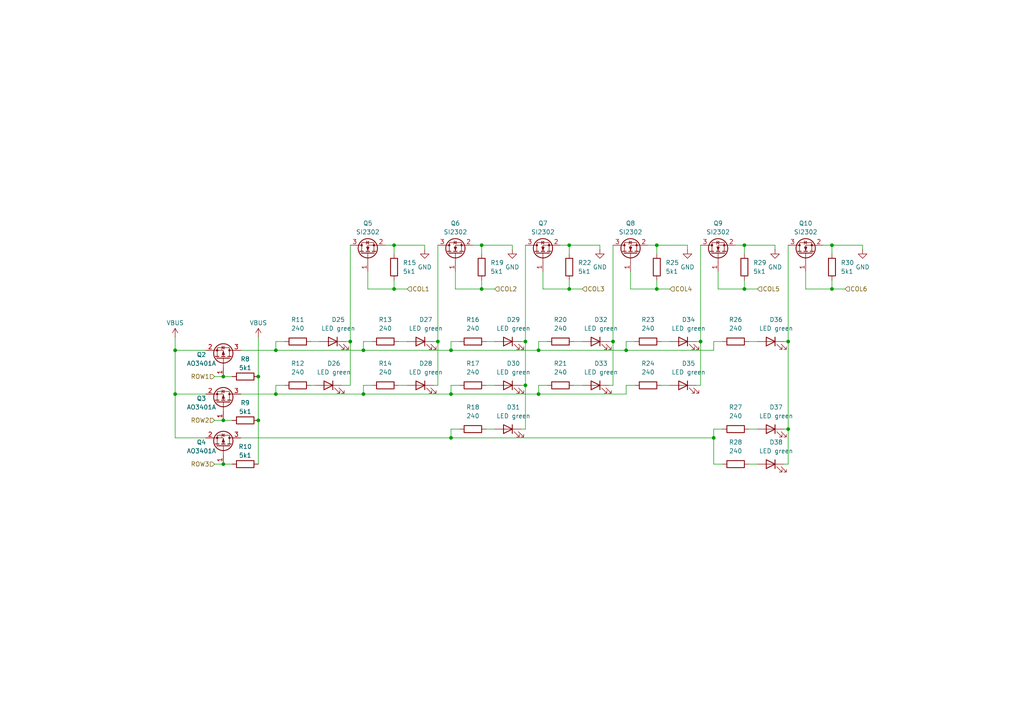
<source format=kicad_sch>
(kicad_sch (version 20231120) (generator "eeschema") (generator_version "8.0")
  (paper "A4")
  (lib_symbols
    (symbol "Device:LED" (pin_numbers hide) (pin_names (offset 1.016) hide)
      (property "Reference" "D" (at 0 2.54 0))
      (property "Value" "LED" (at 0 -2.54 0))
      (symbol "LED_0_1"
        (polyline (pts (xy -1.27 -1.27) (xy -1.27 1.27)) (stroke (width 0.254)))
        (polyline (pts (xy -1.27 0) (xy 1.27 0)))
        (polyline (pts (xy 1.27 -1.27) (xy 1.27 1.27) (xy -1.27 0) (xy 1.27 -1.27)) (stroke (width 0.254)))
        (polyline (pts (xy -3.048 -0.762) (xy -4.572 -2.286) (xy -3.81 -2.286) (xy -4.572 -2.286) (xy -4.572 -1.524)))
        (polyline (pts (xy -1.778 -0.762) (xy -3.302 -2.286) (xy -2.54 -2.286) (xy -3.302 -2.286) (xy -3.302 -1.524)))
      )
      (symbol "LED_1_1"
        (pin passive line (at -3.81 0 0) (length 2.54) (name "K") (number "1"))
        (pin passive line (at 3.81 0 180) (length 2.54) (name "A") (number "2"))
      )
    )
    (symbol "Device:R" (pin_numbers hide) (pin_names (offset 0))
      (property "Reference" "R" (at 2.032 0 90))
      (property "Value" "R" (at 0 0 90))
      (symbol "R_0_1"
        (rectangle (start -1.016 -2.54) (end 1.016 2.54) (stroke (width 0.254)))
      )
      (symbol "R_1_1"
        (pin passive line (at 0 3.81 270) (length 1.27) (name "~") (number "1"))
        (pin passive line (at 0 -3.81 90) (length 1.27) (name "~") (number "2"))
      )
    )
    (symbol "Transistor_FET:2N7002K" (pin_names hide)
      (property "Reference" "Q" (at 5.08 1.905 0))
      (property "Value" "2N7002K" (at 5.08 0 0))
      (symbol "2N7002K_0_1"
        (polyline (pts (xy 0.254 0) (xy -2.54 0)))
        (polyline (pts (xy 0.254 1.905) (xy 0.254 -1.905)) (stroke (width 0.254)))
        (polyline (pts (xy 0.762 -1.27) (xy 0.762 -2.286)) (stroke (width 0.254)))
        (polyline (pts (xy 0.762 0.508) (xy 0.762 -0.508)) (stroke (width 0.254)))
        (polyline (pts (xy 0.762 2.286) (xy 0.762 1.27)) (stroke (width 0.254)))
        (polyline (pts (xy 2.54 2.54) (xy 2.54 1.778)))
        (polyline (pts (xy 2.54 -2.54) (xy 2.54 0) (xy 0.762 0)))
        (polyline (pts (xy 0.762 -1.778) (xy 3.302 -1.778) (xy 3.302 1.778) (xy 0.762 1.778)))
        (polyline (pts (xy 1.016 0) (xy 2.032 0.381) (xy 2.032 -0.381) (xy 1.016 0)) (fill (type outline)))
        (polyline (pts (xy 2.794 0.508) (xy 2.921 0.381) (xy 3.683 0.381) (xy 3.81 0.254)))
        (polyline (pts (xy 3.302 0.381) (xy 2.921 -0.254) (xy 3.683 -0.254) (xy 3.302 0.381)))
        (circle (center 1.651 0) (radius 2.794) (stroke (width 0.254)))
        (circle (center 2.54 -1.778) (radius 0.254) (fill (type outline)))
        (circle (center 2.54 1.778) (radius 0.254) (fill (type outline)))
      )
      (symbol "2N7002K_1_1"
        (pin input line (at -5.08 0 0) (length 2.54) (name "G") (number "1"))
        (pin passive line (at 2.54 -5.08 90) (length 2.54) (name "S") (number "2"))
        (pin passive line (at 2.54 5.08 270) (length 2.54) (name "D") (number "3"))
      )
    )
    (symbol "Transistor_FET:AO3401A" (pin_names hide)
      (property "Reference" "Q" (at 5.08 1.905 0))
      (property "Value" "AO3401A" (at 5.08 0 0))
      (symbol "AO3401A_0_1"
        (polyline (pts (xy 0.254 0) (xy -2.54 0)))
        (polyline (pts (xy 0.254 1.905) (xy 0.254 -1.905)) (stroke (width 0.254)))
        (polyline (pts (xy 0.762 -1.27) (xy 0.762 -2.286)) (stroke (width 0.254)))
        (polyline (pts (xy 0.762 0.508) (xy 0.762 -0.508)) (stroke (width 0.254)))
        (polyline (pts (xy 0.762 2.286) (xy 0.762 1.27)) (stroke (width 0.254)))
        (polyline (pts (xy 2.54 2.54) (xy 2.54 1.778)))
        (polyline (pts (xy 2.54 -2.54) (xy 2.54 0) (xy 0.762 0)))
        (polyline (pts (xy 0.762 1.778) (xy 3.302 1.778) (xy 3.302 -1.778) (xy 0.762 -1.778)))
        (polyline (pts (xy 2.286 0) (xy 1.27 0.381) (xy 1.27 -0.381) (xy 2.286 0)) (fill (type outline)))
        (polyline (pts (xy 2.794 -0.508) (xy 2.921 -0.381) (xy 3.683 -0.381) (xy 3.81 -0.254)))
        (polyline (pts (xy 3.302 -0.381) (xy 2.921 0.254) (xy 3.683 0.254) (xy 3.302 -0.381)))
        (circle (center 1.651 0) (radius 2.794) (stroke (width 0.254)))
        (circle (center 2.54 -1.778) (radius 0.254) (fill (type outline)))
        (circle (center 2.54 1.778) (radius 0.254) (fill (type outline)))
      )
      (symbol "AO3401A_1_1"
        (pin input line (at -5.08 0 0) (length 2.54) (name "G") (number "1"))
        (pin passive line (at 2.54 -5.08 90) (length 2.54) (name "S") (number "2"))
        (pin passive line (at 2.54 5.08 270) (length 2.54) (name "D") (number "3"))
      )
    )
    (symbol "VBUS_1" (power) (pin_numbers hide) (pin_names (offset 0) hide)
      (property "Value" "VBUS" (at 0 3.556 0))
      (symbol "VBUS_1_0_1"
        (polyline (pts (xy -0.762 1.27) (xy 0 2.54)))
        (polyline (pts (xy 0 0) (xy 0 2.54)))
        (polyline (pts (xy 0 2.54) (xy 0.762 1.27)))
      )
      (symbol "VBUS_1_1_1"
        (pin power_in line (at 0 0 90) (length 0) (name "~") (number "1"))
      )
    )
    (symbol "power:GND" (power) (pin_numbers hide) (pin_names (offset 0) hide)
      (property "Value" "GND" (at 0 -3.81 0))
      (symbol "GND_0_1"
        (polyline (pts (xy 0 0) (xy 0 -1.27) (xy 1.27 -1.27) (xy 0 -2.54) (xy -1.27 -1.27) (xy 0 -1.27)))
      )
      (symbol "GND_1_1"
        (pin power_in line (at 0 0 270) (length 0) (name "~") (number "1"))
      )
    )
    (symbol "power:VBUS" (power) (pin_numbers hide) (pin_names (offset 0) hide)
      (property "Value" "VBUS" (at 0 3.556 0))
      (symbol "VBUS_0_1"
        (polyline (pts (xy -0.762 1.27) (xy 0 2.54)))
        (polyline (pts (xy 0 0) (xy 0 2.54)))
        (polyline (pts (xy 0 2.54) (xy 0.762 1.27)))
      )
      (symbol "VBUS_1_1"
        (pin power_in line (at 0 0 90) (length 0) (name "~") (number "1"))
      )
    )
  )
  (junction (at 190.5 71.12))
  (junction (at 50.8 114.3))
  (junction (at 215.9 83.82))
  (junction (at 101.6 99.06))
  (junction (at 228.6 99.06))
  (junction (at 139.7 71.12))
  (junction (at 215.9 71.12))
  (junction (at 181.61 101.6))
  (junction (at 177.8 99.06))
  (junction (at 207.01 127))
  (junction (at 190.5 83.82))
  (junction (at 105.41 101.6))
  (junction (at 105.41 114.3))
  (junction (at 74.93 121.92))
  (junction (at 156.21 114.3))
  (junction (at 64.77 121.92))
  (junction (at 152.4 111.76))
  (junction (at 228.6 124.46))
  (junction (at 139.7 83.82))
  (junction (at 130.81 101.6))
  (junction (at 241.3 83.82))
  (junction (at 114.3 71.12))
  (junction (at 80.01 114.3))
  (junction (at 80.01 101.6))
  (junction (at 64.77 109.22))
  (junction (at 156.21 101.6))
  (junction (at 152.4 99.06))
  (junction (at 130.81 127))
  (junction (at 50.8 101.6))
  (junction (at 114.3 83.82))
  (junction (at 165.1 83.82))
  (junction (at 74.93 109.22))
  (junction (at 130.81 114.3))
  (junction (at 165.1 71.12))
  (junction (at 241.3 71.12))
  (junction (at 127 99.06))
  (junction (at 203.2 99.06))
  (junction (at 64.77 134.62))
  (wire (pts (xy 227.33 124.46) (xy 228.6 124.46)))
  (wire (pts (xy 157.48 78.74) (xy 157.48 83.82)))
  (wire (pts (xy 181.61 111.76) (xy 181.61 114.3)))
  (wire (pts (xy 190.5 71.12) (xy 190.5 73.66)))
  (wire (pts (xy 250.19 72.39) (xy 250.19 71.12)))
  (wire (pts (xy 69.85 101.6) (xy 80.01 101.6)))
  (wire (pts (xy 140.97 99.06) (xy 143.51 99.06)))
  (wire (pts (xy 130.81 99.06) (xy 130.81 101.6)))
  (wire (pts (xy 80.01 99.06) (xy 82.55 99.06)))
  (wire (pts (xy 228.6 71.12) (xy 228.6 99.06)))
  (wire (pts (xy 50.8 114.3) (xy 50.8 101.6)))
  (wire (pts (xy 59.69 127) (xy 50.8 127)))
  (wire (pts (xy 140.97 124.46) (xy 143.51 124.46)))
  (wire (pts (xy 132.08 83.82) (xy 139.7 83.82)))
  (wire (pts (xy 101.6 111.76) (xy 101.6 99.06)))
  (wire (pts (xy 130.81 101.6) (xy 156.21 101.6)))
  (wire (pts (xy 90.17 111.76) (xy 91.44 111.76)))
  (wire (pts (xy 203.2 111.76) (xy 203.2 99.06)))
  (wire (pts (xy 177.8 71.12) (xy 177.8 99.06)))
  (wire (pts (xy 139.7 83.82) (xy 143.51 83.82)))
  (wire (pts (xy 156.21 101.6) (xy 181.61 101.6)))
  (wire (pts (xy 241.3 71.12) (xy 241.3 73.66)))
  (wire (pts (xy 165.1 71.12) (xy 173.99 71.12)))
  (wire (pts (xy 114.3 71.12) (xy 123.19 71.12)))
  (wire (pts (xy 152.4 124.46) (xy 151.13 124.46)))
  (wire (pts (xy 130.81 127) (xy 207.01 127)))
  (wire (pts (xy 59.69 114.3) (xy 50.8 114.3)))
  (wire (pts (xy 62.23 109.22) (xy 64.77 109.22)))
  (wire (pts (xy 130.81 99.06) (xy 133.35 99.06)))
  (wire (pts (xy 69.85 114.3) (xy 80.01 114.3)))
  (wire (pts (xy 201.93 99.06) (xy 203.2 99.06)))
  (wire (pts (xy 105.41 114.3) (xy 130.81 114.3)))
  (wire (pts (xy 207.01 124.46) (xy 207.01 127)))
  (wire (pts (xy 190.5 81.28) (xy 190.5 83.82)))
  (wire (pts (xy 152.4 111.76) (xy 151.13 111.76)))
  (wire (pts (xy 50.8 127) (xy 50.8 114.3)))
  (wire (pts (xy 173.99 72.39) (xy 173.99 71.12)))
  (wire (pts (xy 50.8 97.79) (xy 50.8 101.6)))
  (wire (pts (xy 162.56 71.12) (xy 165.1 71.12)))
  (wire (pts (xy 199.39 72.39) (xy 199.39 71.12)))
  (wire (pts (xy 152.4 99.06) (xy 152.4 111.76)))
  (wire (pts (xy 130.81 111.76) (xy 130.81 114.3)))
  (wire (pts (xy 156.21 111.76) (xy 158.75 111.76)))
  (wire (pts (xy 207.01 124.46) (xy 209.55 124.46)))
  (wire (pts (xy 156.21 99.06) (xy 156.21 101.6)))
  (wire (pts (xy 182.88 83.82) (xy 190.5 83.82)))
  (wire (pts (xy 241.3 71.12) (xy 250.19 71.12)))
  (wire (pts (xy 115.57 111.76) (xy 118.11 111.76)))
  (wire (pts (xy 140.97 111.76) (xy 143.51 111.76)))
  (wire (pts (xy 74.93 97.79) (xy 74.93 109.22)))
  (wire (pts (xy 215.9 71.12) (xy 224.79 71.12)))
  (wire (pts (xy 215.9 81.28) (xy 215.9 83.82)))
  (wire (pts (xy 191.77 99.06) (xy 194.31 99.06)))
  (wire (pts (xy 177.8 111.76) (xy 176.53 111.76)))
  (wire (pts (xy 62.23 121.92) (xy 64.77 121.92)))
  (wire (pts (xy 228.6 124.46) (xy 228.6 134.62)))
  (wire (pts (xy 69.85 127) (xy 130.81 127)))
  (wire (pts (xy 130.81 111.76) (xy 133.35 111.76)))
  (wire (pts (xy 105.41 101.6) (xy 130.81 101.6)))
  (wire (pts (xy 90.17 99.06) (xy 92.71 99.06)))
  (wire (pts (xy 114.3 81.28) (xy 114.3 83.82)))
  (wire (pts (xy 64.77 121.92) (xy 67.31 121.92)))
  (wire (pts (xy 132.08 78.74) (xy 132.08 83.82)))
  (wire (pts (xy 115.57 99.06) (xy 118.11 99.06)))
  (wire (pts (xy 233.68 83.82) (xy 241.3 83.82)))
  (wire (pts (xy 165.1 81.28) (xy 165.1 83.82)))
  (wire (pts (xy 215.9 83.82) (xy 219.71 83.82)))
  (wire (pts (xy 148.59 72.39) (xy 148.59 71.12)))
  (wire (pts (xy 127 99.06) (xy 125.73 99.06)))
  (wire (pts (xy 80.01 99.06) (xy 80.01 101.6)))
  (wire (pts (xy 80.01 111.76) (xy 80.01 114.3)))
  (wire (pts (xy 207.01 134.62) (xy 207.01 127)))
  (wire (pts (xy 152.4 71.12) (xy 152.4 99.06)))
  (wire (pts (xy 166.37 99.06) (xy 168.91 99.06)))
  (wire (pts (xy 165.1 71.12) (xy 165.1 73.66)))
  (wire (pts (xy 181.61 111.76) (xy 184.15 111.76)))
  (wire (pts (xy 74.93 121.92) (xy 74.93 134.62)))
  (wire (pts (xy 190.5 83.82) (xy 194.31 83.82)))
  (wire (pts (xy 105.41 99.06) (xy 107.95 99.06)))
  (wire (pts (xy 208.28 78.74) (xy 208.28 83.82)))
  (wire (pts (xy 207.01 99.06) (xy 209.55 99.06)))
  (wire (pts (xy 74.93 109.22) (xy 74.93 121.92)))
  (wire (pts (xy 156.21 111.76) (xy 156.21 114.3)))
  (wire (pts (xy 233.68 78.74) (xy 233.68 83.82)))
  (wire (pts (xy 137.16 71.12) (xy 139.7 71.12)))
  (wire (pts (xy 64.77 134.62) (xy 67.31 134.62)))
  (wire (pts (xy 106.68 78.74) (xy 106.68 83.82)))
  (wire (pts (xy 130.81 124.46) (xy 130.81 127)))
  (wire (pts (xy 105.41 111.76) (xy 105.41 114.3)))
  (wire (pts (xy 165.1 83.82) (xy 168.91 83.82)))
  (wire (pts (xy 105.41 99.06) (xy 105.41 101.6)))
  (wire (pts (xy 203.2 71.12) (xy 203.2 99.06)))
  (wire (pts (xy 157.48 83.82) (xy 165.1 83.82)))
  (wire (pts (xy 139.7 71.12) (xy 148.59 71.12)))
  (wire (pts (xy 181.61 99.06) (xy 181.61 101.6)))
  (wire (pts (xy 209.55 134.62) (xy 207.01 134.62)))
  (wire (pts (xy 181.61 99.06) (xy 184.15 99.06)))
  (wire (pts (xy 156.21 114.3) (xy 181.61 114.3)))
  (wire (pts (xy 201.93 111.76) (xy 203.2 111.76)))
  (wire (pts (xy 127 99.06) (xy 127 111.76)))
  (wire (pts (xy 182.88 78.74) (xy 182.88 83.82)))
  (wire (pts (xy 130.81 124.46) (xy 133.35 124.46)))
  (wire (pts (xy 111.76 71.12) (xy 114.3 71.12)))
  (wire (pts (xy 217.17 124.46) (xy 219.71 124.46)))
  (wire (pts (xy 224.79 72.39) (xy 224.79 71.12)))
  (wire (pts (xy 151.13 99.06) (xy 152.4 99.06)))
  (wire (pts (xy 213.36 71.12) (xy 215.9 71.12)))
  (wire (pts (xy 101.6 71.12) (xy 101.6 99.06)))
  (wire (pts (xy 139.7 81.28) (xy 139.7 83.82)))
  (wire (pts (xy 106.68 83.82) (xy 114.3 83.82)))
  (wire (pts (xy 130.81 114.3) (xy 156.21 114.3)))
  (wire (pts (xy 114.3 83.82) (xy 118.11 83.82)))
  (wire (pts (xy 80.01 114.3) (xy 105.41 114.3)))
  (wire (pts (xy 156.21 99.06) (xy 158.75 99.06)))
  (wire (pts (xy 228.6 99.06) (xy 228.6 124.46)))
  (wire (pts (xy 215.9 71.12) (xy 215.9 73.66)))
  (wire (pts (xy 207.01 99.06) (xy 207.01 101.6)))
  (wire (pts (xy 228.6 134.62) (xy 227.33 134.62)))
  (wire (pts (xy 62.23 134.62) (xy 64.77 134.62)))
  (wire (pts (xy 99.06 111.76) (xy 101.6 111.76)))
  (wire (pts (xy 181.61 101.6) (xy 207.01 101.6)))
  (wire (pts (xy 241.3 81.28) (xy 241.3 83.82)))
  (wire (pts (xy 64.77 109.22) (xy 67.31 109.22)))
  (wire (pts (xy 80.01 101.6) (xy 105.41 101.6)))
  (wire (pts (xy 190.5 71.12) (xy 199.39 71.12)))
  (wire (pts (xy 50.8 101.6) (xy 59.69 101.6)))
  (wire (pts (xy 187.96 71.12) (xy 190.5 71.12)))
  (wire (pts (xy 166.37 111.76) (xy 168.91 111.76)))
  (wire (pts (xy 176.53 99.06) (xy 177.8 99.06)))
  (wire (pts (xy 152.4 111.76) (xy 152.4 124.46)))
  (wire (pts (xy 100.33 99.06) (xy 101.6 99.06)))
  (wire (pts (xy 177.8 99.06) (xy 177.8 111.76)))
  (wire (pts (xy 139.7 71.12) (xy 139.7 73.66)))
  (wire (pts (xy 114.3 71.12) (xy 114.3 73.66)))
  (wire (pts (xy 241.3 83.82) (xy 245.11 83.82)))
  (wire (pts (xy 127 71.12) (xy 127 99.06)))
  (wire (pts (xy 105.41 111.76) (xy 107.95 111.76)))
  (wire (pts (xy 227.33 99.06) (xy 228.6 99.06)))
  (wire (pts (xy 80.01 111.76) (xy 82.55 111.76)))
  (wire (pts (xy 191.77 111.76) (xy 194.31 111.76)))
  (wire (pts (xy 208.28 83.82) (xy 215.9 83.82)))
  (wire (pts (xy 123.19 72.39) (xy 123.19 71.12)))
  (wire (pts (xy 127 111.76) (xy 125.73 111.76)))
  (wire (pts (xy 238.76 71.12) (xy 241.3 71.12)))
  (wire (pts (xy 217.17 99.06) (xy 219.71 99.06)))
  (wire (pts (xy 217.17 134.62) (xy 219.71 134.62)))
  (hierarchical_label "COL4" (shape input) (at 194.31 83.82 0))
  (hierarchical_label "COL3" (shape input) (at 168.91 83.82 0))
  (hierarchical_label "COL6" (shape input) (at 245.11 83.82 0))
  (hierarchical_label "COL2" (shape input) (at 143.51 83.82 0))
  (hierarchical_label "ROW2" (shape input) (at 62.23 121.92 180))
  (hierarchical_label "ROW3" (shape input) (at 62.23 134.62 180))
  (hierarchical_label "COL5" (shape input) (at 219.71 83.82 0))
  (hierarchical_label "ROW1" (shape input) (at 62.23 109.22 180))
  (hierarchical_label "COL1" (shape input) (at 118.11 83.82 0))
  (symbol (lib_id "Device:R") (at 137.16 124.46 90) (unit 1)
    (property "Reference" "R18" (at 137.16 118.11 90))
    (property "Value" "240" (at 137.16 120.65 90))
    (property "Footprint" "Resistor_SMD:R_0805_2012Metric" (effects (hide yes)))
    (property "Datasheet" "https://www.lcsc.com/datasheet/lcsc_datasheet_2206010200_UNI-ROYAL-Uniroyal-Elec-0805W8F2400T5E_C17572.pdf" (effects (hide yes)))
    (property "JLCPCB Part" "C17572" (effects (hide yes)))
    (property "Manufracturer" "UNI-ROYAL(Uniroyal Elec)" (effects (hide yes)))
    (property "Manufracturer Part Number" "0805W8F2400T5E" (effects (hide yes)))
  )
  (symbol (lib_id "Device:R") (at 139.7 77.47 180) (unit 1)
    (property "Reference" "R19" (at 142.24 76.2 0) (effects (justify right)))
    (property "Value" "5k1" (at 142.24 78.74 0) (effects (justify right)))
    (property "Footprint" "Resistor_SMD:R_0603_1608Metric" (effects (hide yes)))
    (property "Datasheet" "https://www.lcsc.com/datasheet/lcsc_datasheet_2206010116_UNI-ROYAL-Uniroyal-Elec-0603WAF5101T5E_C23186.pdf" (effects (hide yes)))
    (property "JLCPCB Part" "C23186" (effects (hide yes)))
    (property "Manufracturer" "UNI-ROYAL(Uniroyal Elec)" (effects (hide yes)))
    (property "Manufracturer Part Number" "0603WAF5101T5E" (effects (hide yes)))
  )
  (symbol (lib_id "power:GND") (at 173.99 72.39 0) (unit 1)
    (property "Reference" "#PWR014" (effects (hide yes)))
    (property "Value" "GND" (at 173.99 77.47 0))
    (property "Description" "Power symbol creates a global label with name \"GND\" , ground" (effects (hide yes)))
  )
  (symbol (lib_name "VBUS_1") (lib_id "power:VBUS") (at 50.8 97.79 0) (unit 1)
    (property "Reference" "#PWR010" (effects (hide yes)))
    (property "Value" "VBUS" (at 50.8 93.6569 0))
    (property "Description" "Power symbol creates a global label with name \"VBUS\"" (effects (hide yes)))
  )
  (symbol (lib_id "Transistor_FET:2N7002K") (at 157.48 73.66 90) (unit 1)
    (property "Reference" "Q7" (at 157.48 64.77 90))
    (property "Value" "SI2302" (at 157.48 67.31 90))
    (property "Footprint" "Package_TO_SOT_SMD:SOT-23" (effects (hide yes)))
    (property "Datasheet" "https://www.diodes.com/assets/Datasheets/ds30896.pdf" (effects (hide yes)))
    (property "Description" "0.38A Id, 60V Vds, N-Channel MOSFET, SOT-23" (effects (hide yes)))
    (property "Manufracturer" "YONGYUTAI" (effects (hide yes)))
    (property "Manufracturer Part Number" "SI2302" (effects (hide yes)))
    (property "JLCPCB Part" "C2891732" (effects (hide yes)))
  )
  (symbol (lib_id "Device:LED") (at 172.72 111.76 0) (mirror y) (unit 1)
    (property "Reference" "D33" (at 174.3075 105.41 0))
    (property "Value" "LED green" (at 174.3075 107.95 0))
    (property "Footprint" "LED_SMD:LED_0805_2012Metric" (effects (hide yes)))
    (property "Datasheet" "https://www.lcsc.com/datasheet/lcsc_datasheet_2402181505_XINGLIGHT-XL-2012SYGC_C965816.pdf" (effects (hide yes)))
    (property "JLCPCB Part" "C965816" (effects (hide yes)))
    (property "Manufracturer" "XINGLIGHT" (effects (hide yes)))
    (property "Manufracturer Part Number" "XL-2012SYGC" (effects (hide yes)))
  )
  (symbol (lib_id "Device:R") (at 111.76 99.06 90) (unit 1)
    (property "Reference" "R13" (at 111.76 92.71 90))
    (property "Value" "240" (at 111.76 95.25 90))
    (property "Footprint" "Resistor_SMD:R_0805_2012Metric" (effects (hide yes)))
    (property "Datasheet" "https://www.lcsc.com/datasheet/lcsc_datasheet_2206010200_UNI-ROYAL-Uniroyal-Elec-0805W8F2400T5E_C17572.pdf" (effects (hide yes)))
    (property "JLCPCB Part" "C17572" (effects (hide yes)))
    (property "Manufracturer" "UNI-ROYAL(Uniroyal Elec)" (effects (hide yes)))
    (property "Manufracturer Part Number" "0805W8F2400T5E" (effects (hide yes)))
  )
  (symbol (lib_id "Device:LED") (at 223.52 124.46 0) (mirror y) (unit 1)
    (property "Reference" "D37" (at 225.1075 118.11 0))
    (property "Value" "LED green" (at 225.1075 120.65 0))
    (property "Footprint" "LED_SMD:LED_0805_2012Metric" (effects (hide yes)))
    (property "Datasheet" "https://www.lcsc.com/datasheet/lcsc_datasheet_2402181505_XINGLIGHT-XL-2012SYGC_C965816.pdf" (effects (hide yes)))
    (property "JLCPCB Part" "C965816" (effects (hide yes)))
    (property "Manufracturer" "XINGLIGHT" (effects (hide yes)))
    (property "Manufracturer Part Number" "XL-2012SYGC" (effects (hide yes)))
  )
  (symbol (lib_id "Device:LED") (at 172.72 99.06 0) (mirror y) (unit 1)
    (property "Reference" "D32" (at 174.3075 92.71 0))
    (property "Value" "LED green" (at 174.3075 95.25 0))
    (property "Footprint" "LED_SMD:LED_0805_2012Metric" (effects (hide yes)))
    (property "Datasheet" "https://www.lcsc.com/datasheet/lcsc_datasheet_2402181505_XINGLIGHT-XL-2012SYGC_C965816.pdf" (effects (hide yes)))
    (property "JLCPCB Part" "C965816" (effects (hide yes)))
    (property "Manufracturer" "XINGLIGHT" (effects (hide yes)))
    (property "Manufracturer Part Number" "XL-2012SYGC" (effects (hide yes)))
  )
  (symbol (lib_id "Transistor_FET:2N7002K") (at 208.28 73.66 90) (unit 1)
    (property "Reference" "Q9" (at 208.28 64.77 90))
    (property "Value" "SI2302" (at 208.28 67.31 90))
    (property "Footprint" "Package_TO_SOT_SMD:SOT-23" (effects (hide yes)))
    (property "Datasheet" "https://www.diodes.com/assets/Datasheets/ds30896.pdf" (effects (hide yes)))
    (property "Description" "0.38A Id, 60V Vds, N-Channel MOSFET, SOT-23" (effects (hide yes)))
    (property "Manufracturer" "YONGYUTAI" (effects (hide yes)))
    (property "Manufracturer Part Number" "SI2302" (effects (hide yes)))
    (property "JLCPCB Part" "C2891732" (effects (hide yes)))
  )
  (symbol (lib_id "Device:R") (at 111.76 111.76 90) (unit 1)
    (property "Reference" "R14" (at 111.76 105.41 90))
    (property "Value" "240" (at 111.76 107.95 90))
    (property "Footprint" "Resistor_SMD:R_0805_2012Metric" (effects (hide yes)))
    (property "Datasheet" "https://www.lcsc.com/datasheet/lcsc_datasheet_2206010200_UNI-ROYAL-Uniroyal-Elec-0805W8F2400T5E_C17572.pdf" (effects (hide yes)))
    (property "JLCPCB Part" "C17572" (effects (hide yes)))
    (property "Manufracturer" "UNI-ROYAL(Uniroyal Elec)" (effects (hide yes)))
    (property "Manufracturer Part Number" "0805W8F2400T5E" (effects (hide yes)))
  )
  (symbol (lib_id "Device:R") (at 241.3 77.47 180) (unit 1)
    (property "Reference" "R30" (at 243.84 76.2 0) (effects (justify right)))
    (property "Value" "5k1" (at 243.84 78.74 0) (effects (justify right)))
    (property "Footprint" "Resistor_SMD:R_0603_1608Metric" (effects (hide yes)))
    (property "Datasheet" "https://www.lcsc.com/datasheet/lcsc_datasheet_2206010116_UNI-ROYAL-Uniroyal-Elec-0603WAF5101T5E_C23186.pdf" (effects (hide yes)))
    (property "JLCPCB Part" "C23186" (effects (hide yes)))
    (property "Manufracturer" "UNI-ROYAL(Uniroyal Elec)" (effects (hide yes)))
    (property "Manufracturer Part Number" "0603WAF5101T5E" (effects (hide yes)))
  )
  (symbol (lib_id "power:GND") (at 250.19 72.39 0) (unit 1)
    (property "Reference" "#PWR017" (effects (hide yes)))
    (property "Value" "GND" (at 250.19 77.47 0))
    (property "Description" "Power symbol creates a global label with name \"GND\" , ground" (effects (hide yes)))
  )
  (symbol (lib_id "Device:LED") (at 147.32 124.46 0) (mirror y) (unit 1)
    (property "Reference" "D31" (at 148.9075 118.11 0))
    (property "Value" "LED green" (at 148.9075 120.65 0))
    (property "Footprint" "LED_SMD:LED_0805_2012Metric" (effects (hide yes)))
    (property "Datasheet" "https://www.lcsc.com/datasheet/lcsc_datasheet_2402181505_XINGLIGHT-XL-2012SYGC_C965816.pdf" (effects (hide yes)))
    (property "JLCPCB Part" "C965816" (effects (hide yes)))
    (property "Manufracturer" "XINGLIGHT" (effects (hide yes)))
    (property "Manufracturer Part Number" "XL-2012SYGC" (effects (hide yes)))
  )
  (symbol (lib_id "Device:LED") (at 223.52 134.62 0) (mirror y) (unit 1)
    (property "Reference" "D38" (at 225.1075 128.27 0))
    (property "Value" "LED green" (at 225.1075 130.81 0))
    (property "Footprint" "LED_SMD:LED_0805_2012Metric" (effects (hide yes)))
    (property "Datasheet" "https://www.lcsc.com/datasheet/lcsc_datasheet_2402181505_XINGLIGHT-XL-2012SYGC_C965816.pdf" (effects (hide yes)))
    (property "JLCPCB Part" "C965816" (effects (hide yes)))
    (property "Manufracturer" "XINGLIGHT" (effects (hide yes)))
    (property "Manufracturer Part Number" "XL-2012SYGC" (effects (hide yes)))
  )
  (symbol (lib_id "power:GND") (at 199.39 72.39 0) (unit 1)
    (property "Reference" "#PWR015" (effects (hide yes)))
    (property "Value" "GND" (at 199.39 77.47 0))
    (property "Description" "Power symbol creates a global label with name \"GND\" , ground" (effects (hide yes)))
  )
  (symbol (lib_id "Device:LED") (at 198.12 99.06 0) (mirror y) (unit 1)
    (property "Reference" "D34" (at 199.7075 92.71 0))
    (property "Value" "LED green" (at 199.7075 95.25 0))
    (property "Footprint" "LED_SMD:LED_0805_2012Metric" (effects (hide yes)))
    (property "Datasheet" "https://www.lcsc.com/datasheet/lcsc_datasheet_2402181505_XINGLIGHT-XL-2012SYGC_C965816.pdf" (effects (hide yes)))
    (property "JLCPCB Part" "C965816" (effects (hide yes)))
    (property "Manufracturer" "XINGLIGHT" (effects (hide yes)))
    (property "Manufracturer Part Number" "XL-2012SYGC" (effects (hide yes)))
  )
  (symbol (lib_id "Device:R") (at 86.36 99.06 90) (unit 1)
    (property "Reference" "R11" (at 86.36 92.71 90))
    (property "Value" "240" (at 86.36 95.25 90))
    (property "Footprint" "Resistor_SMD:R_0805_2012Metric" (effects (hide yes)))
    (property "Datasheet" "https://www.lcsc.com/datasheet/lcsc_datasheet_2206010200_UNI-ROYAL-Uniroyal-Elec-0805W8F2400T5E_C17572.pdf" (effects (hide yes)))
    (property "JLCPCB Part" "C17572" (effects (hide yes)))
    (property "Manufracturer" "UNI-ROYAL(Uniroyal Elec)" (effects (hide yes)))
    (property "Manufracturer Part Number" "0805W8F2400T5E" (effects (hide yes)))
  )
  (symbol (lib_id "Transistor_FET:AO3401A") (at 64.77 104.14 270) (mirror x) (unit 1)
    (property "Reference" "Q2" (at 58.42 102.87 90))
    (property "Value" "AO3401A" (at 58.42 105.41 90))
    (property "Footprint" "Package_TO_SOT_SMD:SOT-23" (effects (hide yes)))
    (property "Datasheet" "http://www.aosmd.com/pdfs/datasheet/AO3401A.pdf" (effects (hide yes)))
    (property "Description" "-4.0A Id, -30V Vds, P-Channel MOSFET, SOT-23" (effects (hide yes)))
    (property "JLCPCB Part" "C2891730" (effects (hide yes)))
    (property "Manufracturer" "YONGYUTAI" (effects (hide yes)))
    (property "Manufracturer Part Number" "AO3401" (effects (hide yes)))
  )
  (symbol (lib_id "Device:R") (at 213.36 99.06 90) (unit 1)
    (property "Reference" "R26" (at 213.36 92.71 90))
    (property "Value" "240" (at 213.36 95.25 90))
    (property "Footprint" "Resistor_SMD:R_0805_2012Metric" (effects (hide yes)))
    (property "Datasheet" "https://www.lcsc.com/datasheet/lcsc_datasheet_2206010200_UNI-ROYAL-Uniroyal-Elec-0805W8F2400T5E_C17572.pdf" (effects (hide yes)))
    (property "JLCPCB Part" "C17572" (effects (hide yes)))
    (property "Manufracturer" "UNI-ROYAL(Uniroyal Elec)" (effects (hide yes)))
    (property "Manufracturer Part Number" "0805W8F2400T5E" (effects (hide yes)))
  )
  (symbol (lib_id "Transistor_FET:AO3401A") (at 64.77 116.84 270) (mirror x) (unit 1)
    (property "Reference" "Q3" (at 58.42 115.57 90))
    (property "Value" "AO3401A" (at 58.42 118.11 90))
    (property "Footprint" "Package_TO_SOT_SMD:SOT-23" (effects (hide yes)))
    (property "Datasheet" "https://www.lcsc.com/datasheet/lcsc_datasheet_2109011130_YONGYUTAI-AO3401_C2891730.pdf" (effects (hide yes)))
    (property "JLCPCB Part" "C2891730" (effects (hide yes)))
    (property "Manufracturer" "YONGYUTAI" (effects (hide yes)))
    (property "Manufracturer Part Number" "AO3401" (effects (hide yes)))
  )
  (symbol (lib_id "Transistor_FET:2N7002K") (at 233.68 73.66 90) (unit 1)
    (property "Reference" "Q10" (at 233.68 64.77 90))
    (property "Value" "SI2302" (at 233.68 67.31 90))
    (property "Footprint" "Package_TO_SOT_SMD:SOT-23" (effects (hide yes)))
    (property "Datasheet" "https://www.diodes.com/assets/Datasheets/ds30896.pdf" (effects (hide yes)))
    (property "Description" "0.38A Id, 60V Vds, N-Channel MOSFET, SOT-23" (effects (hide yes)))
    (property "Manufracturer" "YONGYUTAI" (effects (hide yes)))
    (property "Manufracturer Part Number" "SI2302" (effects (hide yes)))
    (property "JLCPCB Part" "C2891732" (effects (hide yes)))
  )
  (symbol (lib_id "Device:LED") (at 96.52 99.06 0) (mirror y) (unit 1)
    (property "Reference" "D25" (at 98.1075 92.71 0))
    (property "Value" "LED green" (at 98.1075 95.25 0))
    (property "Footprint" "LED_SMD:LED_0805_2012Metric" (effects (hide yes)))
    (property "Datasheet" "https://www.lcsc.com/datasheet/lcsc_datasheet_2402181505_XINGLIGHT-XL-2012SYGC_C965816.pdf" (effects (hide yes)))
    (property "JLCPCB Part" "C965816" (effects (hide yes)))
    (property "Manufracturer" "XINGLIGHT" (effects (hide yes)))
    (property "Manufracturer Part Number" "XL-2012SYGC" (effects (hide yes)))
  )
  (symbol (lib_id "Device:R") (at 213.36 134.62 90) (unit 1)
    (property "Reference" "R28" (at 213.36 128.27 90))
    (property "Value" "240" (at 213.36 130.81 90))
    (property "Footprint" "Resistor_SMD:R_0805_2012Metric" (effects (hide yes)))
    (property "Datasheet" "https://www.lcsc.com/datasheet/lcsc_datasheet_2206010200_UNI-ROYAL-Uniroyal-Elec-0805W8F2400T5E_C17572.pdf" (effects (hide yes)))
    (property "JLCPCB Part" "C17572" (effects (hide yes)))
    (property "Manufracturer" "UNI-ROYAL(Uniroyal Elec)" (effects (hide yes)))
    (property "Manufracturer Part Number" "0805W8F2400T5E" (effects (hide yes)))
  )
  (symbol (lib_id "Device:R") (at 162.56 99.06 90) (unit 1)
    (property "Reference" "R20" (at 162.56 92.71 90))
    (property "Value" "240" (at 162.56 95.25 90))
    (property "Footprint" "Resistor_SMD:R_0805_2012Metric" (effects (hide yes)))
    (property "Datasheet" "https://www.lcsc.com/datasheet/lcsc_datasheet_2206010200_UNI-ROYAL-Uniroyal-Elec-0805W8F2400T5E_C17572.pdf" (effects (hide yes)))
    (property "JLCPCB Part" "C17572" (effects (hide yes)))
    (property "Manufracturer" "UNI-ROYAL(Uniroyal Elec)" (effects (hide yes)))
    (property "Manufracturer Part Number" "0805W8F2400T5E" (effects (hide yes)))
  )
  (symbol (lib_id "Device:R") (at 213.36 124.46 90) (unit 1)
    (property "Reference" "R27" (at 213.36 118.11 90))
    (property "Value" "240" (at 213.36 120.65 90))
    (property "Footprint" "Resistor_SMD:R_0805_2012Metric" (effects (hide yes)))
    (property "Datasheet" "https://www.lcsc.com/datasheet/lcsc_datasheet_2206010200_UNI-ROYAL-Uniroyal-Elec-0805W8F2400T5E_C17572.pdf" (effects (hide yes)))
    (property "JLCPCB Part" "C17572" (effects (hide yes)))
    (property "Manufracturer" "UNI-ROYAL(Uniroyal Elec)" (effects (hide yes)))
    (property "Manufracturer Part Number" "0805W8F2400T5E" (effects (hide yes)))
  )
  (symbol (lib_id "Device:R") (at 162.56 111.76 90) (unit 1)
    (property "Reference" "R21" (at 162.56 105.41 90))
    (property "Value" "240" (at 162.56 107.95 90))
    (property "Footprint" "Resistor_SMD:R_0805_2012Metric" (effects (hide yes)))
    (property "Datasheet" "https://www.lcsc.com/datasheet/lcsc_datasheet_2206010200_UNI-ROYAL-Uniroyal-Elec-0805W8F2400T5E_C17572.pdf" (effects (hide yes)))
    (property "JLCPCB Part" "C17572" (effects (hide yes)))
    (property "Manufracturer" "UNI-ROYAL(Uniroyal Elec)" (effects (hide yes)))
    (property "Manufracturer Part Number" "0805W8F2400T5E" (effects (hide yes)))
  )
  (symbol (lib_id "Device:R") (at 190.5 77.47 180) (unit 1)
    (property "Reference" "R25" (at 193.04 76.2 0) (effects (justify right)))
    (property "Value" "5k1" (at 193.04 78.74 0) (effects (justify right)))
    (property "Footprint" "Resistor_SMD:R_0603_1608Metric" (effects (hide yes)))
    (property "Datasheet" "https://www.lcsc.com/datasheet/lcsc_datasheet_2206010116_UNI-ROYAL-Uniroyal-Elec-0603WAF5101T5E_C23186.pdf" (effects (hide yes)))
    (property "JLCPCB Part" "C23186" (effects (hide yes)))
    (property "Manufracturer" "UNI-ROYAL(Uniroyal Elec)" (effects (hide yes)))
    (property "Manufracturer Part Number" "0603WAF5101T5E" (effects (hide yes)))
  )
  (symbol (lib_id "Device:R") (at 71.12 109.22 270) (unit 1)
    (property "Reference" "R8" (at 71.12 104.14 90))
    (property "Value" "5k1" (at 71.12 106.68 90))
    (property "Footprint" "Resistor_SMD:R_0603_1608Metric" (effects (hide yes)))
    (property "Datasheet" "https://www.lcsc.com/datasheet/lcsc_datasheet_2206010116_UNI-ROYAL-Uniroyal-Elec-0603WAF5101T5E_C23186.pdf" (effects (hide yes)))
    (property "JLCPCB Part" "C23186" (effects (hide yes)))
    (property "Manufracturer" "UNI-ROYAL(Uniroyal Elec)" (effects (hide yes)))
    (property "Manufracturer Part Number" "0603WAF5101T5E" (effects (hide yes)))
  )
  (symbol (lib_id "Device:R") (at 165.1 77.47 180) (unit 1)
    (property "Reference" "R22" (at 167.64 76.2 0) (effects (justify right)))
    (property "Value" "5k1" (at 167.64 78.74 0) (effects (justify right)))
    (property "Footprint" "Resistor_SMD:R_0603_1608Metric" (effects (hide yes)))
    (property "Datasheet" "https://www.lcsc.com/datasheet/lcsc_datasheet_2206010116_UNI-ROYAL-Uniroyal-Elec-0603WAF5101T5E_C23186.pdf" (effects (hide yes)))
    (property "JLCPCB Part" "C23186" (effects (hide yes)))
    (property "Manufracturer" "UNI-ROYAL(Uniroyal Elec)" (effects (hide yes)))
    (property "Manufracturer Part Number" "0603WAF5101T5E" (effects (hide yes)))
  )
  (symbol (lib_id "Device:R") (at 187.96 99.06 90) (unit 1)
    (property "Reference" "R23" (at 187.96 92.71 90))
    (property "Value" "240" (at 187.96 95.25 90))
    (property "Footprint" "Resistor_SMD:R_0805_2012Metric" (effects (hide yes)))
    (property "Datasheet" "https://www.lcsc.com/datasheet/lcsc_datasheet_2206010200_UNI-ROYAL-Uniroyal-Elec-0805W8F2400T5E_C17572.pdf" (effects (hide yes)))
    (property "JLCPCB Part" "C17572" (effects (hide yes)))
    (property "Manufracturer" "UNI-ROYAL(Uniroyal Elec)" (effects (hide yes)))
    (property "Manufracturer Part Number" "0805W8F2400T5E" (effects (hide yes)))
  )
  (symbol (lib_id "Device:LED") (at 95.25 111.76 0) (mirror y) (unit 1)
    (property "Reference" "D26" (at 96.8375 105.41 0))
    (property "Value" "LED green" (at 96.8375 107.95 0))
    (property "Footprint" "LED_SMD:LED_0805_2012Metric" (effects (hide yes)))
    (property "Datasheet" "https://www.lcsc.com/datasheet/lcsc_datasheet_2402181505_XINGLIGHT-XL-2012SYGC_C965816.pdf" (effects (hide yes)))
    (property "JLCPCB Part" "C965816" (effects (hide yes)))
    (property "Manufracturer" "XINGLIGHT" (effects (hide yes)))
    (property "Manufracturer Part Number" "XL-2012SYGC" (effects (hide yes)))
  )
  (symbol (lib_id "Device:LED") (at 147.32 111.76 0) (mirror y) (unit 1)
    (property "Reference" "D30" (at 148.9075 105.41 0))
    (property "Value" "LED green" (at 148.9075 107.95 0))
    (property "Footprint" "LED_SMD:LED_0805_2012Metric" (effects (hide yes)))
    (property "Datasheet" "https://www.lcsc.com/datasheet/lcsc_datasheet_2402181505_XINGLIGHT-XL-2012SYGC_C965816.pdf" (effects (hide yes)))
    (property "JLCPCB Part" "C965816" (effects (hide yes)))
    (property "Manufracturer" "XINGLIGHT" (effects (hide yes)))
    (property "Manufracturer Part Number" "XL-2012SYGC" (effects (hide yes)))
  )
  (symbol (lib_id "Transistor_FET:AO3401A") (at 64.77 129.54 270) (mirror x) (unit 1)
    (property "Reference" "Q4" (at 58.42 128.27 90))
    (property "Value" "AO3401A" (at 58.42 130.81 90))
    (property "Footprint" "Package_TO_SOT_SMD:SOT-23" (effects (hide yes)))
    (property "Datasheet" "https://www.lcsc.com/datasheet/lcsc_datasheet_2109011130_YONGYUTAI-AO3401_C2891730.pdf" (effects (hide yes)))
    (property "JLCPCB Part" "C2891730" (effects (hide yes)))
    (property "Manufracturer" "YONGYUTAI" (effects (hide yes)))
    (property "Manufracturer Part Number" "AO3401" (effects (hide yes)))
  )
  (symbol (lib_id "Device:R") (at 215.9 77.47 180) (unit 1)
    (property "Reference" "R29" (at 218.44 76.2 0) (effects (justify right)))
    (property "Value" "5k1" (at 218.44 78.74 0) (effects (justify right)))
    (property "Footprint" "Resistor_SMD:R_0603_1608Metric" (effects (hide yes)))
    (property "Datasheet" "https://www.lcsc.com/datasheet/lcsc_datasheet_2206010116_UNI-ROYAL-Uniroyal-Elec-0603WAF5101T5E_C23186.pdf" (effects (hide yes)))
    (property "JLCPCB Part" "C23186" (effects (hide yes)))
    (property "Manufracturer" "UNI-ROYAL(Uniroyal Elec)" (effects (hide yes)))
    (property "Manufracturer Part Number" "0603WAF5101T5E" (effects (hide yes)))
  )
  (symbol (lib_id "Device:R") (at 137.16 99.06 90) (unit 1)
    (property "Reference" "R16" (at 137.16 92.71 90))
    (property "Value" "240" (at 137.16 95.25 90))
    (property "Footprint" "Resistor_SMD:R_0805_2012Metric" (effects (hide yes)))
    (property "Datasheet" "https://www.lcsc.com/datasheet/lcsc_datasheet_2206010200_UNI-ROYAL-Uniroyal-Elec-0805W8F2400T5E_C17572.pdf" (effects (hide yes)))
    (property "JLCPCB Part" "C17572" (effects (hide yes)))
    (property "Manufracturer" "UNI-ROYAL(Uniroyal Elec)" (effects (hide yes)))
    (property "Manufracturer Part Number" "0805W8F2400T5E" (effects (hide yes)))
  )
  (symbol (lib_id "Transistor_FET:2N7002K") (at 182.88 73.66 90) (unit 1)
    (property "Reference" "Q8" (at 182.88 64.77 90))
    (property "Value" "SI2302" (at 182.88 67.31 90))
    (property "Footprint" "Package_TO_SOT_SMD:SOT-23" (effects (hide yes)))
    (property "Datasheet" "https://www.diodes.com/assets/Datasheets/ds30896.pdf" (effects (hide yes)))
    (property "Description" "0.38A Id, 60V Vds, N-Channel MOSFET, SOT-23" (effects (hide yes)))
    (property "Manufracturer" "YONGYUTAI" (effects (hide yes)))
    (property "Manufracturer Part Number" "SI2302" (effects (hide yes)))
    (property "JLCPCB Part" "C2891732" (effects (hide yes)))
  )
  (symbol (lib_id "Device:R") (at 86.36 111.76 90) (unit 1)
    (property "Reference" "R12" (at 86.36 105.41 90))
    (property "Value" "240" (at 86.36 107.95 90))
    (property "Footprint" "Resistor_SMD:R_0805_2012Metric" (effects (hide yes)))
    (property "Datasheet" "https://www.lcsc.com/datasheet/lcsc_datasheet_2206010200_UNI-ROYAL-Uniroyal-Elec-0805W8F2400T5E_C17572.pdf" (effects (hide yes)))
    (property "JLCPCB Part" "C17572" (effects (hide yes)))
    (property "Manufracturer" "UNI-ROYAL(Uniroyal Elec)" (effects (hide yes)))
    (property "Manufracturer Part Number" "0805W8F2400T5E" (effects (hide yes)))
  )
  (symbol (lib_id "power:GND") (at 224.79 72.39 0) (unit 1)
    (property "Reference" "#PWR016" (effects (hide yes)))
    (property "Value" "GND" (at 224.79 77.47 0))
    (property "Description" "Power symbol creates a global label with name \"GND\" , ground" (effects (hide yes)))
  )
  (symbol (lib_id "power:GND") (at 123.19 72.39 0) (unit 1)
    (property "Reference" "#PWR012" (effects (hide yes)))
    (property "Value" "GND" (at 123.19 77.47 0))
    (property "Description" "Power symbol creates a global label with name \"GND\" , ground" (effects (hide yes)))
  )
  (symbol (lib_id "Device:LED") (at 223.52 99.06 0) (mirror y) (unit 1)
    (property "Reference" "D36" (at 225.1075 92.71 0))
    (property "Value" "LED green" (at 225.1075 95.25 0))
    (property "Footprint" "LED_SMD:LED_0805_2012Metric" (effects (hide yes)))
    (property "Datasheet" "https://www.lcsc.com/datasheet/lcsc_datasheet_2402181505_XINGLIGHT-XL-2012SYGC_C965816.pdf" (effects (hide yes)))
    (property "JLCPCB Part" "C965816" (effects (hide yes)))
    (property "Manufracturer" "XINGLIGHT" (effects (hide yes)))
    (property "Manufracturer Part Number" "XL-2012SYGC" (effects (hide yes)))
  )
  (symbol (lib_id "Device:R") (at 114.3 77.47 180) (unit 1)
    (property "Reference" "R15" (at 116.84 76.2 0) (effects (justify right)))
    (property "Value" "5k1" (at 116.84 78.74 0) (effects (justify right)))
    (property "Footprint" "Resistor_SMD:R_0603_1608Metric" (effects (hide yes)))
    (property "Datasheet" "https://www.lcsc.com/datasheet/lcsc_datasheet_2206010116_UNI-ROYAL-Uniroyal-Elec-0603WAF5101T5E_C23186.pdf" (effects (hide yes)))
    (property "JLCPCB Part" "C23186" (effects (hide yes)))
    (property "Manufracturer" "UNI-ROYAL(Uniroyal Elec)" (effects (hide yes)))
    (property "Manufracturer Part Number" "0603WAF5101T5E" (effects (hide yes)))
  )
  (symbol (lib_id "Device:R") (at 71.12 134.62 270) (unit 1)
    (property "Reference" "R10" (at 71.12 129.54 90))
    (property "Value" "5k1" (at 71.12 132.08 90))
    (property "Footprint" "Resistor_SMD:R_0603_1608Metric" (effects (hide yes)))
    (property "Datasheet" "https://www.lcsc.com/datasheet/lcsc_datasheet_2206010116_UNI-ROYAL-Uniroyal-Elec-0603WAF5101T5E_C23186.pdf" (effects (hide yes)))
    (property "JLCPCB Part" "C23186" (effects (hide yes)))
    (property "Manufracturer" "UNI-ROYAL(Uniroyal Elec)" (effects (hide yes)))
    (property "Manufracturer Part Number" "0603WAF5101T5E" (effects (hide yes)))
  )
  (symbol (lib_id "Device:LED") (at 121.92 99.06 0) (mirror y) (unit 1)
    (property "Reference" "D27" (at 123.5075 92.71 0))
    (property "Value" "LED green" (at 123.5075 95.25 0))
    (property "Footprint" "LED_SMD:LED_0805_2012Metric" (effects (hide yes)))
    (property "Datasheet" "https://www.lcsc.com/datasheet/lcsc_datasheet_2402181505_XINGLIGHT-XL-2012SYGC_C965816.pdf" (effects (hide yes)))
    (property "JLCPCB Part" "C965816" (effects (hide yes)))
    (property "Manufracturer" "XINGLIGHT" (effects (hide yes)))
    (property "Manufracturer Part Number" "XL-2012SYGC" (effects (hide yes)))
  )
  (symbol (lib_id "Transistor_FET:2N7002K") (at 106.68 73.66 90) (unit 1)
    (property "Reference" "Q5" (at 106.68 64.77 90))
    (property "Value" "SI2302" (at 106.68 67.31 90))
    (property "Footprint" "Package_TO_SOT_SMD:SOT-23" (effects (hide yes)))
    (property "Datasheet" "https://www.diodes.com/assets/Datasheets/ds30896.pdf" (effects (hide yes)))
    (property "Description" "0.38A Id, 60V Vds, N-Channel MOSFET, SOT-23" (effects (hide yes)))
    (property "Manufracturer" "YONGYUTAI" (effects (hide yes)))
    (property "Manufracturer Part Number" "SI2302" (effects (hide yes)))
    (property "JLCPCB Part" "C2891732" (effects (hide yes)))
  )
  (symbol (lib_id "power:VBUS") (at 74.93 97.79 0) (unit 1)
    (property "Reference" "#PWR011" (effects (hide yes)))
    (property "Value" "VBUS" (at 74.93 93.6569 0))
    (property "Description" "Power symbol creates a global label with name \"VBUS\"" (effects (hide yes)))
  )
  (symbol (lib_id "Device:R") (at 187.96 111.76 90) (unit 1)
    (property "Reference" "R24" (at 187.96 105.41 90))
    (property "Value" "240" (at 187.96 107.95 90))
    (property "Footprint" "Resistor_SMD:R_0805_2012Metric" (effects (hide yes)))
    (property "Datasheet" "https://www.lcsc.com/datasheet/lcsc_datasheet_2206010200_UNI-ROYAL-Uniroyal-Elec-0805W8F2400T5E_C17572.pdf" (effects (hide yes)))
    (property "JLCPCB Part" "C17572" (effects (hide yes)))
    (property "Manufracturer" "UNI-ROYAL(Uniroyal Elec)" (effects (hide yes)))
    (property "Manufracturer Part Number" "0805W8F2400T5E" (effects (hide yes)))
  )
  (symbol (lib_id "Device:LED") (at 147.32 99.06 0) (mirror y) (unit 1)
    (property "Reference" "D29" (at 148.9075 92.71 0))
    (property "Value" "LED green" (at 148.9075 95.25 0))
    (property "Footprint" "LED_SMD:LED_0805_2012Metric" (effects (hide yes)))
    (property "Datasheet" "https://www.lcsc.com/datasheet/lcsc_datasheet_2402181505_XINGLIGHT-XL-2012SYGC_C965816.pdf" (effects (hide yes)))
    (property "JLCPCB Part" "C965816" (effects (hide yes)))
    (property "Manufracturer" "XINGLIGHT" (effects (hide yes)))
    (property "Manufracturer Part Number" "XL-2012SYGC" (effects (hide yes)))
  )
  (symbol (lib_id "Device:R") (at 71.12 121.92 270) (unit 1)
    (property "Reference" "R9" (at 71.12 116.84 90))
    (property "Value" "5k1" (at 71.12 119.38 90))
    (property "Footprint" "Resistor_SMD:R_0603_1608Metric" (effects (hide yes)))
    (property "Datasheet" "https://www.lcsc.com/datasheet/lcsc_datasheet_2206010116_UNI-ROYAL-Uniroyal-Elec-0603WAF5101T5E_C23186.pdf" (effects (hide yes)))
    (property "JLCPCB Part" "C23186" (effects (hide yes)))
    (property "Manufracturer" "UNI-ROYAL(Uniroyal Elec)" (effects (hide yes)))
    (property "Manufracturer Part Number" "0603WAF5101T5E" (effects (hide yes)))
  )
  (symbol (lib_id "Device:LED") (at 121.92 111.76 0) (mirror y) (unit 1)
    (property "Reference" "D28" (at 123.5075 105.41 0))
    (property "Value" "LED green" (at 123.5075 107.95 0))
    (property "Footprint" "LED_SMD:LED_0805_2012Metric" (effects (hide yes)))
    (property "Datasheet" "https://www.lcsc.com/datasheet/lcsc_datasheet_2402181505_XINGLIGHT-XL-2012SYGC_C965816.pdf" (effects (hide yes)))
    (property "JLCPCB Part" "C965816" (effects (hide yes)))
    (property "Manufracturer" "XINGLIGHT" (effects (hide yes)))
    (property "Manufracturer Part Number" "XL-2012SYGC" (effects (hide yes)))
  )
  (symbol (lib_id "Device:LED") (at 198.12 111.76 0) (mirror y) (unit 1)
    (property "Reference" "D35" (at 199.7075 105.41 0))
    (property "Value" "LED green" (at 199.7075 107.95 0))
    (property "Footprint" "LED_SMD:LED_0805_2012Metric" (effects (hide yes)))
    (property "Datasheet" "https://www.lcsc.com/datasheet/lcsc_datasheet_2402181505_XINGLIGHT-XL-2012SYGC_C965816.pdf" (effects (hide yes)))
    (property "JLCPCB Part" "C965816" (effects (hide yes)))
    (property "Manufracturer" "XINGLIGHT" (effects (hide yes)))
    (property "Manufracturer Part Number" "XL-2012SYGC" (effects (hide yes)))
  )
  (symbol (lib_id "Transistor_FET:2N7002K") (at 132.08 73.66 90) (unit 1)
    (property "Reference" "Q6" (at 132.08 64.77 90))
    (property "Value" "SI2302" (at 132.08 67.31 90))
    (property "Footprint" "Package_TO_SOT_SMD:SOT-23" (effects (hide yes)))
    (property "Datasheet" "https://www.diodes.com/assets/Datasheets/ds30896.pdf" (effects (hide yes)))
    (property "Description" "0.38A Id, 60V Vds, N-Channel MOSFET, SOT-23" (effects (hide yes)))
    (property "Manufracturer" "YONGYUTAI" (effects (hide yes)))
    (property "Manufracturer Part Number" "SI2302" (effects (hide yes)))
    (property "JLCPCB Part" "C2891732" (effects (hide yes)))
  )
  (symbol (lib_id "power:GND") (at 148.59 72.39 0) (unit 1)
    (property "Reference" "#PWR013" (effects (hide yes)))
    (property "Value" "GND" (at 148.59 77.47 0))
    (property "Description" "Power symbol creates a global label with name \"GND\" , ground" (effects (hide yes)))
  )
  (symbol (lib_id "Device:R") (at 137.16 111.76 90) (unit 1)
    (property "Reference" "R17" (at 137.16 105.41 90))
    (property "Value" "240" (at 137.16 107.95 90))
    (property "Footprint" "Resistor_SMD:R_0805_2012Metric" (effects (hide yes)))
    (property "Datasheet" "https://www.lcsc.com/datasheet/lcsc_datasheet_2206010200_UNI-ROYAL-Uniroyal-Elec-0805W8F2400T5E_C17572.pdf" (effects (hide yes)))
    (property "JLCPCB Part" "C17572" (effects (hide yes)))
    (property "Manufracturer" "UNI-ROYAL(Uniroyal Elec)" (effects (hide yes)))
    (property "Manufracturer Part Number" "0805W8F2400T5E" (effects (hide yes)))
  )
)
</source>
